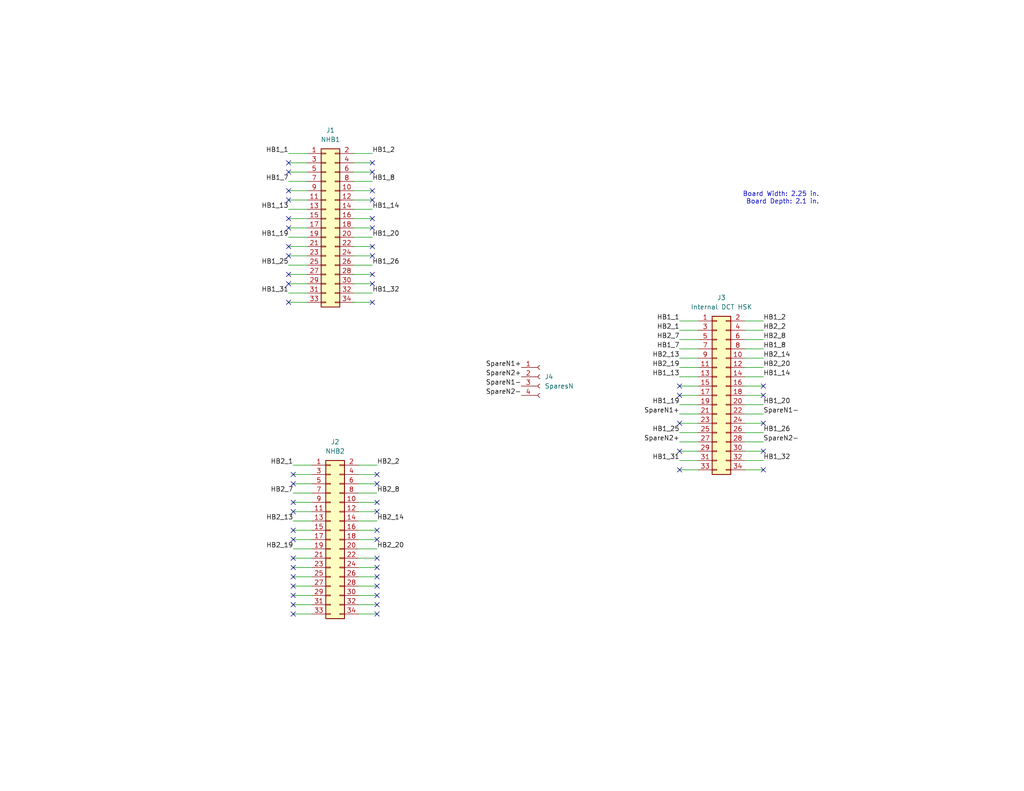
<source format=kicad_sch>
(kicad_sch (version 20230121) (generator eeschema)
  (paper "USLetter")
  (title_block (title "Heater Pass Through North") (rev "A") (company "The Ohio State University"))
  (lib_symbols
    (symbol "Connector:Conn_01x04_Socket" (pin_names (offset 1.016) hide)
      (property "Reference" "J" (at 0 5.08 0))
      (property "Value" "Conn_01x04_Socket" (at 0 -7.62 0))
      (symbol "Conn_01x04_Socket_1_1"
        (arc (start 0 -4.572) (mid -0.5058 -5.08) (end 0 -5.588) (stroke (width 0.1524)))
        (arc (start 0 -2.032) (mid -0.5058 -2.54) (end 0 -3.048) (stroke (width 0.1524)))
        (polyline (pts (xy -1.27 -5.08) (xy -0.508 -5.08)) (stroke (width 0.1524)))
        (polyline (pts (xy -1.27 -2.54) (xy -0.508 -2.54)) (stroke (width 0.1524)))
        (polyline (pts (xy -1.27 0) (xy -0.508 0)) (stroke (width 0.1524)))
        (polyline (pts (xy -1.27 2.54) (xy -0.508 2.54)) (stroke (width 0.1524)))
        (arc (start 0 0.508) (mid -0.5058 0) (end 0 -0.508) (stroke (width 0.1524)))
        (arc (start 0 3.048) (mid -0.5058 2.54) (end 0 2.032) (stroke (width 0.1524)))
        (pin passive line (at -5.08 2.54 0) (length 3.81) (name "Pin_1") (number "1"))
        (pin passive line (at -5.08 0 0) (length 3.81) (name "Pin_2") (number "2"))
        (pin passive line (at -5.08 -2.54 0) (length 3.81) (name "Pin_3") (number "3"))
        (pin passive line (at -5.08 -5.08 0) (length 3.81) (name "Pin_4") (number "4"))
      )
    )
    (symbol "Connector_Generic:Conn_02x17_Odd_Even" (pin_names (offset 1.016) hide)
      (property "Reference" "J" (at 1.27 22.86 0))
      (property "Value" "Conn_02x17_Odd_Even" (at 1.27 -22.86 0))
      (symbol "Conn_02x17_Odd_Even_1_1"
        (rectangle (start -1.27 -20.193) (end 0 -20.447) (stroke (width 0.1524)))
        (rectangle (start -1.27 -17.653) (end 0 -17.907) (stroke (width 0.1524)))
        (rectangle (start -1.27 -15.113) (end 0 -15.367) (stroke (width 0.1524)))
        (rectangle (start -1.27 -12.573) (end 0 -12.827) (stroke (width 0.1524)))
        (rectangle (start -1.27 -10.033) (end 0 -10.287) (stroke (width 0.1524)))
        (rectangle (start -1.27 -7.493) (end 0 -7.747) (stroke (width 0.1524)))
        (rectangle (start -1.27 -4.953) (end 0 -5.207) (stroke (width 0.1524)))
        (rectangle (start -1.27 -2.413) (end 0 -2.667) (stroke (width 0.1524)))
        (rectangle (start -1.27 0.127) (end 0 -0.127) (stroke (width 0.1524)))
        (rectangle (start -1.27 2.667) (end 0 2.413) (stroke (width 0.1524)))
        (rectangle (start -1.27 5.207) (end 0 4.953) (stroke (width 0.1524)))
        (rectangle (start -1.27 7.747) (end 0 7.493) (stroke (width 0.1524)))
        (rectangle (start -1.27 10.287) (end 0 10.033) (stroke (width 0.1524)))
        (rectangle (start -1.27 12.827) (end 0 12.573) (stroke (width 0.1524)))
        (rectangle (start -1.27 15.367) (end 0 15.113) (stroke (width 0.1524)))
        (rectangle (start -1.27 17.907) (end 0 17.653) (stroke (width 0.1524)))
        (rectangle (start -1.27 20.447) (end 0 20.193) (stroke (width 0.1524)))
        (rectangle (start -1.27 21.59) (end 3.81 -21.59) (stroke (width 0.254)) (fill (type background)))
        (rectangle (start 3.81 -20.193) (end 2.54 -20.447) (stroke (width 0.1524)))
        (rectangle (start 3.81 -17.653) (end 2.54 -17.907) (stroke (width 0.1524)))
        (rectangle (start 3.81 -15.113) (end 2.54 -15.367) (stroke (width 0.1524)))
        (rectangle (start 3.81 -12.573) (end 2.54 -12.827) (stroke (width 0.1524)))
        (rectangle (start 3.81 -10.033) (end 2.54 -10.287) (stroke (width 0.1524)))
        (rectangle (start 3.81 -7.493) (end 2.54 -7.747) (stroke (width 0.1524)))
        (rectangle (start 3.81 -4.953) (end 2.54 -5.207) (stroke (width 0.1524)))
        (rectangle (start 3.81 -2.413) (end 2.54 -2.667) (stroke (width 0.1524)))
        (rectangle (start 3.81 0.127) (end 2.54 -0.127) (stroke (width 0.1524)))
        (rectangle (start 3.81 2.667) (end 2.54 2.413) (stroke (width 0.1524)))
        (rectangle (start 3.81 5.207) (end 2.54 4.953) (stroke (width 0.1524)))
        (rectangle (start 3.81 7.747) (end 2.54 7.493) (stroke (width 0.1524)))
        (rectangle (start 3.81 10.287) (end 2.54 10.033) (stroke (width 0.1524)))
        (rectangle (start 3.81 12.827) (end 2.54 12.573) (stroke (width 0.1524)))
        (rectangle (start 3.81 15.367) (end 2.54 15.113) (stroke (width 0.1524)))
        (rectangle (start 3.81 17.907) (end 2.54 17.653) (stroke (width 0.1524)))
        (rectangle (start 3.81 20.447) (end 2.54 20.193) (stroke (width 0.1524)))
        (pin passive line (at -5.08 20.32 0) (length 3.81) (name "Pin_1") (number "1"))
        (pin passive line (at 7.62 10.16 180) (length 3.81) (name "Pin_10") (number "10"))
        (pin passive line (at -5.08 7.62 0) (length 3.81) (name "Pin_11") (number "11"))
        (pin passive line (at 7.62 7.62 180) (length 3.81) (name "Pin_12") (number "12"))
        (pin passive line (at -5.08 5.08 0) (length 3.81) (name "Pin_13") (number "13"))
        (pin passive line (at 7.62 5.08 180) (length 3.81) (name "Pin_14") (number "14"))
        (pin passive line (at -5.08 2.54 0) (length 3.81) (name "Pin_15") (number "15"))
        (pin passive line (at 7.62 2.54 180) (length 3.81) (name "Pin_16") (number "16"))
        (pin passive line (at -5.08 0 0) (length 3.81) (name "Pin_17") (number "17"))
        (pin passive line (at 7.62 0 180) (length 3.81) (name "Pin_18") (number "18"))
        (pin passive line (at -5.08 -2.54 0) (length 3.81) (name "Pin_19") (number "19"))
        (pin passive line (at 7.62 20.32 180) (length 3.81) (name "Pin_2") (number "2"))
        (pin passive line (at 7.62 -2.54 180) (length 3.81) (name "Pin_20") (number "20"))
        (pin passive line (at -5.08 -5.08 0) (length 3.81) (name "Pin_21") (number "21"))
        (pin passive line (at 7.62 -5.08 180) (length 3.81) (name "Pin_22") (number "22"))
        (pin passive line (at -5.08 -7.62 0) (length 3.81) (name "Pin_23") (number "23"))
        (pin passive line (at 7.62 -7.62 180) (length 3.81) (name "Pin_24") (number "24"))
        (pin passive line (at -5.08 -10.16 0) (length 3.81) (name "Pin_25") (number "25"))
        (pin passive line (at 7.62 -10.16 180) (length 3.81) (name "Pin_26") (number "26"))
        (pin passive line (at -5.08 -12.7 0) (length 3.81) (name "Pin_27") (number "27"))
        (pin passive line (at 7.62 -12.7 180) (length 3.81) (name "Pin_28") (number "28"))
        (pin passive line (at -5.08 -15.24 0) (length 3.81) (name "Pin_29") (number "29"))
        (pin passive line (at -5.08 17.78 0) (length 3.81) (name "Pin_3") (number "3"))
        (pin passive line (at 7.62 -15.24 180) (length 3.81) (name "Pin_30") (number "30"))
        (pin passive line (at -5.08 -17.78 0) (length 3.81) (name "Pin_31") (number "31"))
        (pin passive line (at 7.62 -17.78 180) (length 3.81) (name "Pin_32") (number "32"))
        (pin passive line (at -5.08 -20.32 0) (length 3.81) (name "Pin_33") (number "33"))
        (pin passive line (at 7.62 -20.32 180) (length 3.81) (name "Pin_34") (number "34"))
        (pin passive line (at 7.62 17.78 180) (length 3.81) (name "Pin_4") (number "4"))
        (pin passive line (at -5.08 15.24 0) (length 3.81) (name "Pin_5") (number "5"))
        (pin passive line (at 7.62 15.24 180) (length 3.81) (name "Pin_6") (number "6"))
        (pin passive line (at -5.08 12.7 0) (length 3.81) (name "Pin_7") (number "7"))
        (pin passive line (at 7.62 12.7 180) (length 3.81) (name "Pin_8") (number "8"))
        (pin passive line (at -5.08 10.16 0) (length 3.81) (name "Pin_9") (number "9"))
      )
    )
  )
  (no_connect (at 101.6 77.47))
  (no_connect (at 78.74 69.85))
  (no_connect (at 78.74 52.07))
  (no_connect (at 101.6 44.45))
  (no_connect (at 101.6 46.99))
  (no_connect (at 78.74 44.45))
  (no_connect (at 78.74 46.99))
  (no_connect (at 101.6 52.07))
  (no_connect (at 101.6 54.61))
  (no_connect (at 78.74 54.61))
  (no_connect (at 185.42 105.41))
  (no_connect (at 80.01 132.08))
  (no_connect (at 102.87 129.54))
  (no_connect (at 102.87 132.08))
  (no_connect (at 80.01 137.16))
  (no_connect (at 80.01 139.7))
  (no_connect (at 102.87 147.32))
  (no_connect (at 102.87 139.7))
  (no_connect (at 102.87 144.78))
  (no_connect (at 80.01 144.78))
  (no_connect (at 80.01 147.32))
  (no_connect (at 80.01 129.54))
  (no_connect (at 102.87 137.16))
  (no_connect (at 80.01 160.02))
  (no_connect (at 80.01 162.56))
  (no_connect (at 80.01 152.4))
  (no_connect (at 80.01 154.94))
  (no_connect (at 78.74 77.47))
  (no_connect (at 185.42 115.57))
  (no_connect (at 78.74 67.31))
  (no_connect (at 208.28 107.95))
  (no_connect (at 101.6 74.93))
  (no_connect (at 78.74 82.55))
  (no_connect (at 185.42 123.19))
  (no_connect (at 78.74 62.23))
  (no_connect (at 101.6 82.55))
  (no_connect (at 185.42 107.95))
  (no_connect (at 102.87 157.48))
  (no_connect (at 80.01 157.48))
  (no_connect (at 208.28 123.19))
  (no_connect (at 101.6 62.23))
  (no_connect (at 101.6 59.69))
  (no_connect (at 102.87 167.64))
  (no_connect (at 102.87 165.1))
  (no_connect (at 102.87 154.94))
  (no_connect (at 102.87 152.4))
  (no_connect (at 102.87 162.56))
  (no_connect (at 102.87 160.02))
  (no_connect (at 80.01 165.1))
  (no_connect (at 80.01 167.64))
  (no_connect (at 208.28 128.27))
  (no_connect (at 208.28 105.41))
  (no_connect (at 101.6 67.31))
  (no_connect (at 78.74 59.69))
  (no_connect (at 101.6 69.85))
  (no_connect (at 78.74 74.93))
  (no_connect (at 185.42 128.27))
  (no_connect (at 208.28 115.57))
  (wire (pts (xy 80.01 152.4) (xy 85.09 152.4)))
  (wire (pts (xy 185.42 125.73) (xy 190.5 125.73)))
  (wire (pts (xy 203.2 87.63) (xy 208.28 87.63)))
  (wire (pts (xy 80.01 142.24) (xy 85.09 142.24)))
  (wire (pts (xy 80.01 139.7) (xy 85.09 139.7)))
  (wire (pts (xy 185.42 90.17) (xy 190.5 90.17)))
  (wire (pts (xy 80.01 134.62) (xy 85.09 134.62)))
  (wire (pts (xy 80.01 157.48) (xy 85.09 157.48)))
  (wire (pts (xy 97.79 154.94) (xy 102.87 154.94)))
  (wire (pts (xy 96.52 69.85) (xy 101.6 69.85)))
  (wire (pts (xy 97.79 132.08) (xy 102.87 132.08)))
  (wire (pts (xy 185.42 95.25) (xy 190.5 95.25)))
  (wire (pts (xy 78.74 46.99) (xy 83.82 46.99)))
  (wire (pts (xy 80.01 137.16) (xy 85.09 137.16)))
  (wire (pts (xy 80.01 129.54) (xy 85.09 129.54)))
  (wire (pts (xy 78.74 74.93) (xy 83.82 74.93)))
  (wire (pts (xy 78.74 67.31) (xy 83.82 67.31)))
  (wire (pts (xy 185.42 118.11) (xy 190.5 118.11)))
  (wire (pts (xy 78.74 59.69) (xy 83.82 59.69)))
  (wire (pts (xy 203.2 105.41) (xy 208.28 105.41)))
  (wire (pts (xy 185.42 107.95) (xy 190.5 107.95)))
  (wire (pts (xy 80.01 154.94) (xy 85.09 154.94)))
  (wire (pts (xy 80.01 127) (xy 85.09 127)))
  (wire (pts (xy 185.42 105.41) (xy 190.5 105.41)))
  (wire (pts (xy 203.2 123.19) (xy 208.28 123.19)))
  (wire (pts (xy 97.79 134.62) (xy 102.87 134.62)))
  (wire (pts (xy 96.52 54.61) (xy 101.6 54.61)))
  (wire (pts (xy 203.2 102.87) (xy 208.28 102.87)))
  (wire (pts (xy 185.42 115.57) (xy 190.5 115.57)))
  (wire (pts (xy 203.2 115.57) (xy 208.28 115.57)))
  (wire (pts (xy 96.52 72.39) (xy 101.6 72.39)))
  (wire (pts (xy 203.2 97.79) (xy 208.28 97.79)))
  (wire (pts (xy 203.2 113.03) (xy 208.28 113.03)))
  (wire (pts (xy 78.74 82.55) (xy 83.82 82.55)))
  (wire (pts (xy 96.52 49.53) (xy 101.6 49.53)))
  (wire (pts (xy 96.52 44.45) (xy 101.6 44.45)))
  (wire (pts (xy 185.42 102.87) (xy 190.5 102.87)))
  (wire (pts (xy 78.74 77.47) (xy 83.82 77.47)))
  (wire (pts (xy 203.2 90.17) (xy 208.28 90.17)))
  (wire (pts (xy 78.74 62.23) (xy 83.82 62.23)))
  (wire (pts (xy 185.42 100.33) (xy 190.5 100.33)))
  (wire (pts (xy 80.01 160.02) (xy 85.09 160.02)))
  (wire (pts (xy 96.52 62.23) (xy 101.6 62.23)))
  (wire (pts (xy 185.42 113.03) (xy 190.5 113.03)))
  (wire (pts (xy 80.01 162.56) (xy 85.09 162.56)))
  (wire (pts (xy 97.79 165.1) (xy 102.87 165.1)))
  (wire (pts (xy 96.52 74.93) (xy 101.6 74.93)))
  (wire (pts (xy 96.52 77.47) (xy 101.6 77.47)))
  (wire (pts (xy 78.74 57.15) (xy 83.82 57.15)))
  (wire (pts (xy 97.79 144.78) (xy 102.87 144.78)))
  (wire (pts (xy 78.74 49.53) (xy 83.82 49.53)))
  (wire (pts (xy 96.52 80.01) (xy 101.6 80.01)))
  (wire (pts (xy 78.74 52.07) (xy 83.82 52.07)))
  (wire (pts (xy 203.2 110.49) (xy 208.28 110.49)))
  (wire (pts (xy 97.79 137.16) (xy 102.87 137.16)))
  (wire (pts (xy 78.74 54.61) (xy 83.82 54.61)))
  (wire (pts (xy 80.01 149.86) (xy 85.09 149.86)))
  (wire (pts (xy 80.01 165.1) (xy 85.09 165.1)))
  (wire (pts (xy 97.79 139.7) (xy 102.87 139.7)))
  (wire (pts (xy 78.74 44.45) (xy 83.82 44.45)))
  (wire (pts (xy 78.74 72.39) (xy 83.82 72.39)))
  (wire (pts (xy 97.79 160.02) (xy 102.87 160.02)))
  (wire (pts (xy 203.2 92.71) (xy 208.28 92.71)))
  (wire (pts (xy 78.74 80.01) (xy 83.82 80.01)))
  (wire (pts (xy 97.79 142.24) (xy 102.87 142.24)))
  (wire (pts (xy 96.52 41.91) (xy 101.6 41.91)))
  (wire (pts (xy 80.01 132.08) (xy 85.09 132.08)))
  (wire (pts (xy 203.2 120.65) (xy 208.28 120.65)))
  (wire (pts (xy 203.2 95.25) (xy 208.28 95.25)))
  (wire (pts (xy 185.42 97.79) (xy 190.5 97.79)))
  (wire (pts (xy 78.74 64.77) (xy 83.82 64.77)))
  (wire (pts (xy 80.01 167.64) (xy 85.09 167.64)))
  (wire (pts (xy 185.42 120.65) (xy 190.5 120.65)))
  (wire (pts (xy 97.79 152.4) (xy 102.87 152.4)))
  (wire (pts (xy 185.42 123.19) (xy 190.5 123.19)))
  (wire (pts (xy 96.52 46.99) (xy 101.6 46.99)))
  (wire (pts (xy 203.2 118.11) (xy 208.28 118.11)))
  (wire (pts (xy 78.74 41.91) (xy 83.82 41.91)))
  (wire (pts (xy 97.79 149.86) (xy 102.87 149.86)))
  (wire (pts (xy 203.2 107.95) (xy 208.28 107.95)))
  (wire (pts (xy 97.79 147.32) (xy 102.87 147.32)))
  (wire (pts (xy 80.01 144.78) (xy 85.09 144.78)))
  (wire (pts (xy 185.42 92.71) (xy 190.5 92.71)))
  (wire (pts (xy 96.52 82.55) (xy 101.6 82.55)))
  (wire (pts (xy 185.42 110.49) (xy 190.5 110.49)))
  (wire (pts (xy 203.2 128.27) (xy 208.28 128.27)))
  (wire (pts (xy 97.79 157.48) (xy 102.87 157.48)))
  (wire (pts (xy 203.2 125.73) (xy 208.28 125.73)))
  (wire (pts (xy 203.2 100.33) (xy 208.28 100.33)))
  (wire (pts (xy 96.52 67.31) (xy 101.6 67.31)))
  (wire (pts (xy 96.52 57.15) (xy 101.6 57.15)))
  (wire (pts (xy 97.79 127) (xy 102.87 127)))
  (wire (pts (xy 96.52 64.77) (xy 101.6 64.77)))
  (wire (pts (xy 185.42 128.27) (xy 190.5 128.27)))
  (wire (pts (xy 80.01 147.32) (xy 85.09 147.32)))
  (wire (pts (xy 185.42 87.63) (xy 190.5 87.63)))
  (wire (pts (xy 97.79 167.64) (xy 102.87 167.64)))
  (wire (pts (xy 96.52 52.07) (xy 101.6 52.07)))
  (wire (pts (xy 78.74 69.85) (xy 83.82 69.85)))
  (wire (pts (xy 96.52 59.69) (xy 101.6 59.69)))
  (wire (pts (xy 97.79 162.56) (xy 102.87 162.56)))
  (wire (pts (xy 97.79 129.54) (xy 102.87 129.54)))
  (text "Board Width: 2.25 in.\nBoard Depth: 2.1 in." (at 223.52 55.88 0) (effects (font (size 1.27 1.27)) (justify right bottom)))
  (label "HB2_14" (at 102.87 142.24 0))
  (label "HB2_1" (at 80.01 127 180))
  (label "HB2_13" (at 80.01 142.24 180))
  (label "HB1_13" (at 185.42 102.87 180))
  (label "HB1_25" (at 78.74 72.39 180))
  (label "HB1_32" (at 208.28 125.73 0))
  (label "HB1_20" (at 101.6 64.77 0))
  (label "HB1_25" (at 185.42 118.11 180))
  (label "HB1_13" (at 78.74 57.15 180))
  (label "HB2_7" (at 80.01 134.62 180))
  (label "HB1_31" (at 185.42 125.73 180))
  (label "HB2_1" (at 185.42 90.17 180))
  (label "HB1_1" (at 78.74 41.91 180))
  (label "HB1_26" (at 208.28 118.11 0))
  (label "HB1_14" (at 101.6 57.15 0))
  (label "HB1_1" (at 185.42 87.63 180))
  (label "HB1_32" (at 101.6 80.01 0))
  (label "HB2_7" (at 185.42 92.71 180))
  (label "HB2_13" (at 185.42 97.79 180))
  (label "HB1_7" (at 78.74 49.53 180))
  (label "HB2_20" (at 208.28 100.33 0))
  (label "HB1_2" (at 208.28 87.63 0))
  (label "SpareN1+" (at 142.24 100.33 180))
  (label "HB1_19" (at 185.42 110.49 180))
  (label "SpareN2-" (at 142.24 107.95 180))
  (label "SpareN2+" (at 142.24 102.87 180))
  (label "HB1_19" (at 78.74 64.77 180))
  (label "HB1_31" (at 78.74 80.01 180))
  (label "HB1_26" (at 101.6 72.39 0))
  (label "SpareN1+" (at 185.42 113.03 180))
  (label "SpareN2+" (at 185.42 120.65 180))
  (label "SpareN2-" (at 208.28 120.65 0))
  (label "HB2_2" (at 102.87 127 0))
  (label "HB2_19" (at 185.42 100.33 180))
  (label "HB1_2" (at 101.6 41.91 0))
  (label "HB1_14" (at 208.28 102.87 0))
  (label "HB1_7" (at 185.42 95.25 180))
  (label "HB2_2" (at 208.28 90.17 0))
  (label "HB2_20" (at 102.87 149.86 0))
  (label "HB1_8" (at 208.28 95.25 0))
  (label "HB2_19" (at 80.01 149.86 180))
  (label "HB2_8" (at 102.87 134.62 0))
  (label "SpareN1-" (at 208.28 113.03 0))
  (label "HB2_14" (at 208.28 97.79 0))
  (label "HB1_20" (at 208.28 110.49 0))
  (label "HB1_8" (at 101.6 49.53 0))
  (label "SpareN1-" (at 142.24 105.41 180))
  (label "HB2_8" (at 208.28 92.71 0))
  (symbol (lib_id "Connector_Generic:Conn_02x17_Odd_Even") (at 195.58 107.95 0) (unit 1)
    (property "Reference" "J3" (at 196.85 81.28 0))
    (property "Value" "Internal DCT HSK" (at 196.85 83.82 0))
    (property "Footprint" "HELIX:HELIX_DCT_ICDconnector34pin_corrected" (effects hide))
  )
  (symbol (lib_id "Connector:Conn_01x04_Socket") (at 147.32 102.87 0) (unit 1)
    (property "Reference" "J4" (at 148.59 102.87 0) (effects (justify left)))
    (property "Value" "SparesN" (at 148.59 105.41 0) (effects (justify left)))
    (property "Footprint" "Connector_Molex:Molex_Micro-Fit_3.0_43045-0400_2x02_P3.00mm_Horizontal" (effects hide))
  )
  (symbol (lib_id "Connector_Generic:Conn_02x17_Odd_Even") (at 88.9 62.23 0) (unit 1)
    (property "Reference" "J1" (at 90.17 35.56 0))
    (property "Value" "NHB1" (at 90.17 38.1 0))
    (property "Footprint" "HELIX:HELIX_DCT_ICDconnector34pin_corrected" (effects hide))
  )
  (symbol (lib_id "Connector_Generic:Conn_02x17_Odd_Even") (at 90.17 147.32 0) (unit 1)
    (property "Reference" "J2" (at 91.44 120.65 0))
    (property "Value" "NHB2" (at 91.44 123.19 0))
    (property "Footprint" "HELIX:HELIX_DCT_ICDconnector34pin_corrected" (effects hide))
  )
)
</source>
